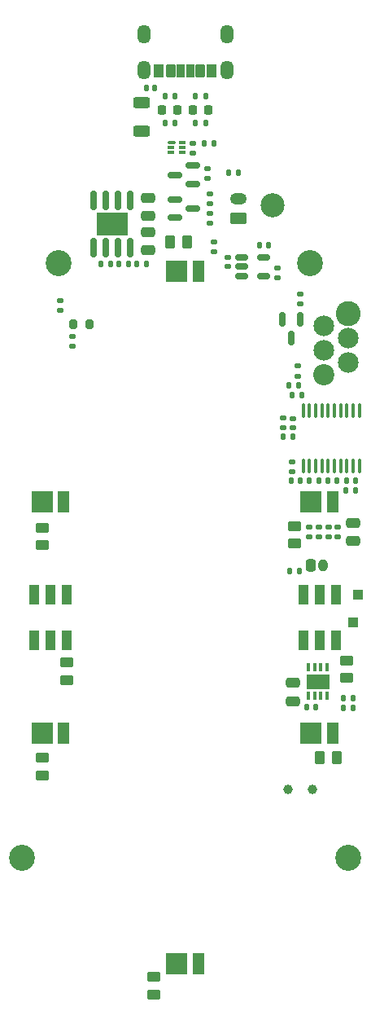
<source format=gbr>
%TF.GenerationSoftware,KiCad,Pcbnew,8.0.6*%
%TF.CreationDate,2024-11-04T21:33:26+05:30*%
%TF.ProjectId,Berrythe,42657272-7974-4686-952e-6b696361645f,rev?*%
%TF.SameCoordinates,Original*%
%TF.FileFunction,Soldermask,Top*%
%TF.FilePolarity,Negative*%
%FSLAX46Y46*%
G04 Gerber Fmt 4.6, Leading zero omitted, Abs format (unit mm)*
G04 Created by KiCad (PCBNEW 8.0.6) date 2024-11-04 21:33:26*
%MOMM*%
%LPD*%
G01*
G04 APERTURE LIST*
G04 Aperture macros list*
%AMRoundRect*
0 Rectangle with rounded corners*
0 $1 Rounding radius*
0 $2 $3 $4 $5 $6 $7 $8 $9 X,Y pos of 4 corners*
0 Add a 4 corners polygon primitive as box body*
4,1,4,$2,$3,$4,$5,$6,$7,$8,$9,$2,$3,0*
0 Add four circle primitives for the rounded corners*
1,1,$1+$1,$2,$3*
1,1,$1+$1,$4,$5*
1,1,$1+$1,$6,$7*
1,1,$1+$1,$8,$9*
0 Add four rect primitives between the rounded corners*
20,1,$1+$1,$2,$3,$4,$5,0*
20,1,$1+$1,$4,$5,$6,$7,0*
20,1,$1+$1,$6,$7,$8,$9,0*
20,1,$1+$1,$8,$9,$2,$3,0*%
G04 Aperture macros list end*
%ADD10C,2.200000*%
%ADD11C,2.600000*%
%ADD12C,2.136000*%
%ADD13R,2.200000X2.200000*%
%ADD14R,1.250000X2.200000*%
%ADD15RoundRect,0.135000X0.185000X-0.135000X0.185000X0.135000X-0.185000X0.135000X-0.185000X-0.135000X0*%
%ADD16RoundRect,0.135000X-0.135000X-0.185000X0.135000X-0.185000X0.135000X0.185000X-0.135000X0.185000X0*%
%ADD17R,1.100000X2.000000*%
%ADD18RoundRect,0.100000X0.100000X-0.637500X0.100000X0.637500X-0.100000X0.637500X-0.100000X-0.637500X0*%
%ADD19RoundRect,0.140000X0.140000X0.170000X-0.140000X0.170000X-0.140000X-0.170000X0.140000X-0.170000X0*%
%ADD20RoundRect,0.250000X-0.262500X-0.450000X0.262500X-0.450000X0.262500X0.450000X-0.262500X0.450000X0*%
%ADD21RoundRect,0.070000X-0.355000X0.070000X-0.355000X-0.070000X0.355000X-0.070000X0.355000X0.070000X0*%
%ADD22RoundRect,0.070000X-0.305000X0.070000X-0.305000X-0.070000X0.305000X-0.070000X0.305000X0.070000X0*%
%ADD23RoundRect,0.135000X-0.185000X0.135000X-0.185000X-0.135000X0.185000X-0.135000X0.185000X0.135000X0*%
%ADD24C,2.700000*%
%ADD25RoundRect,0.140000X-0.140000X-0.170000X0.140000X-0.170000X0.140000X0.170000X-0.140000X0.170000X0*%
%ADD26RoundRect,0.150000X0.587500X0.150000X-0.587500X0.150000X-0.587500X-0.150000X0.587500X-0.150000X0*%
%ADD27RoundRect,0.250000X-0.450000X0.262500X-0.450000X-0.262500X0.450000X-0.262500X0.450000X0.262500X0*%
%ADD28RoundRect,0.218750X-0.218750X-0.256250X0.218750X-0.256250X0.218750X0.256250X-0.218750X0.256250X0*%
%ADD29RoundRect,0.135000X0.135000X0.185000X-0.135000X0.185000X-0.135000X-0.185000X0.135000X-0.185000X0*%
%ADD30R,1.000000X1.000000*%
%ADD31R,0.302473X0.931065*%
%ADD32R,2.400000X1.500000*%
%ADD33RoundRect,0.150000X0.150000X-0.825000X0.150000X0.825000X-0.150000X0.825000X-0.150000X-0.825000X0*%
%ADD34R,3.300000X2.410000*%
%ADD35RoundRect,0.250000X0.450000X-0.262500X0.450000X0.262500X-0.450000X0.262500X-0.450000X-0.262500X0*%
%ADD36RoundRect,0.250000X-0.475000X0.250000X-0.475000X-0.250000X0.475000X-0.250000X0.475000X0.250000X0*%
%ADD37RoundRect,0.140000X-0.170000X0.140000X-0.170000X-0.140000X0.170000X-0.140000X0.170000X0.140000X0*%
%ADD38C,2.500000*%
%ADD39RoundRect,0.150000X-0.150000X0.587500X-0.150000X-0.587500X0.150000X-0.587500X0.150000X0.587500X0*%
%ADD40RoundRect,0.250000X0.262500X0.450000X-0.262500X0.450000X-0.262500X-0.450000X0.262500X-0.450000X0*%
%ADD41RoundRect,0.250000X0.475000X-0.250000X0.475000X0.250000X-0.475000X0.250000X-0.475000X-0.250000X0*%
%ADD42RoundRect,0.150000X-0.587500X-0.150000X0.587500X-0.150000X0.587500X0.150000X-0.587500X0.150000X0*%
%ADD43RoundRect,0.250000X-0.625000X0.312500X-0.625000X-0.312500X0.625000X-0.312500X0.625000X0.312500X0*%
%ADD44RoundRect,0.102000X0.350000X0.600000X-0.350000X0.600000X-0.350000X-0.600000X0.350000X-0.600000X0*%
%ADD45RoundRect,0.102000X0.380000X0.600000X-0.380000X0.600000X-0.380000X-0.600000X0.380000X-0.600000X0*%
%ADD46RoundRect,0.102000X0.400000X0.600000X-0.400000X0.600000X-0.400000X-0.600000X0.400000X-0.600000X0*%
%ADD47O,1.354000X1.954000*%
%ADD48RoundRect,0.200000X-0.200000X-0.275000X0.200000X-0.275000X0.200000X0.275000X-0.200000X0.275000X0*%
%ADD49RoundRect,0.218750X0.218750X0.256250X-0.218750X0.256250X-0.218750X-0.256250X0.218750X-0.256250X0*%
%ADD50C,1.000000*%
%ADD51RoundRect,0.150000X-0.512500X-0.150000X0.512500X-0.150000X0.512500X0.150000X-0.512500X0.150000X0*%
%ADD52RoundRect,0.125000X0.125000X0.225000X-0.125000X0.225000X-0.125000X-0.225000X0.125000X-0.225000X0*%
%ADD53RoundRect,0.250000X-0.250000X-0.400000X0.250000X-0.400000X0.250000X0.400000X-0.250000X0.400000X0*%
%ADD54O,1.000000X1.300000*%
%ADD55RoundRect,0.250000X0.625000X-0.350000X0.625000X0.350000X-0.625000X0.350000X-0.625000X-0.350000X0*%
%ADD56O,1.750000X1.200000*%
G04 APERTURE END LIST*
D10*
%TO.C,J4*%
X96400000Y-107740000D03*
D11*
X98940000Y-101470000D03*
D12*
X96400000Y-102700000D03*
X98940000Y-103970000D03*
X96400000Y-105240000D03*
X98940000Y-106510000D03*
%TD*%
D13*
%TO.C,D5*%
X67100000Y-121000000D03*
D14*
X69375000Y-121000000D03*
%TD*%
D15*
%TO.C,R4*%
X84600000Y-92010000D03*
X84600000Y-90990000D03*
%TD*%
D16*
%TO.C,R10*%
X79915000Y-78800000D03*
X80935000Y-78800000D03*
%TD*%
D13*
%TO.C,D8*%
X95100000Y-145000000D03*
D14*
X97375000Y-145000000D03*
%TD*%
D17*
%TO.C,D9*%
X66300000Y-135400000D03*
X68000000Y-135400000D03*
X69700000Y-135400000D03*
X69700000Y-130600000D03*
X68000000Y-130600000D03*
X66300000Y-130600000D03*
%TD*%
D15*
%TO.C,R14*%
X96900000Y-124610000D03*
X96900000Y-123590000D03*
%TD*%
D18*
%TO.C,U4*%
X94275000Y-117262500D03*
X94925000Y-117262500D03*
X95575000Y-117262500D03*
X96225000Y-117262500D03*
X96875000Y-117262500D03*
X97525000Y-117262500D03*
X98175000Y-117262500D03*
X98825000Y-117262500D03*
X99475000Y-117262500D03*
X100125000Y-117262500D03*
X100125000Y-111537500D03*
X99475000Y-111537500D03*
X98825000Y-111537500D03*
X98175000Y-111537500D03*
X97525000Y-111537500D03*
X96875000Y-111537500D03*
X96225000Y-111537500D03*
X95575000Y-111537500D03*
X94925000Y-111537500D03*
X94275000Y-111537500D03*
%TD*%
D16*
%TO.C,R13*%
X98700000Y-119800000D03*
X99720000Y-119800000D03*
%TD*%
D19*
%TO.C,C13*%
X93180000Y-114200000D03*
X92220000Y-114200000D03*
%TD*%
D16*
%TO.C,R6*%
X83090000Y-81600000D03*
X84110000Y-81600000D03*
%TD*%
D15*
%TO.C,R12*%
X70300000Y-104810000D03*
X70300000Y-103790000D03*
%TD*%
D20*
%TO.C,R16*%
X80387500Y-94000000D03*
X82212500Y-94000000D03*
%TD*%
D21*
%TO.C,U1*%
X80600000Y-83650000D03*
D22*
X80550000Y-84150000D03*
X80550000Y-84650000D03*
X81700000Y-84650000D03*
X81700000Y-84150000D03*
X81700000Y-83650000D03*
%TD*%
D15*
%TO.C,R29*%
X95900000Y-124610000D03*
X95900000Y-123590000D03*
%TD*%
D23*
%TO.C,R36*%
X84600000Y-88990000D03*
X84600000Y-90010000D03*
%TD*%
D24*
%TO.C,H3*%
X65000000Y-158000000D03*
%TD*%
D25*
%TO.C,C5*%
X94620000Y-142300000D03*
X95580000Y-142300000D03*
%TD*%
D26*
%TO.C,Q2*%
X82800000Y-87950000D03*
X82800000Y-86050000D03*
X80925000Y-87000000D03*
%TD*%
D27*
%TO.C,R39*%
X98800000Y-137487500D03*
X98800000Y-139312500D03*
%TD*%
D28*
%TO.C,D2*%
X79612500Y-80300000D03*
X81187500Y-80300000D03*
%TD*%
D17*
%TO.C,D10*%
X94300000Y-135400000D03*
X96000000Y-135400000D03*
X97700000Y-135400000D03*
X97700000Y-130600000D03*
X96000000Y-130600000D03*
X94300000Y-130600000D03*
%TD*%
D29*
%TO.C,R9*%
X74210000Y-96300000D03*
X73190000Y-96300000D03*
%TD*%
D15*
%TO.C,R7*%
X69000000Y-101110000D03*
X69000000Y-100090000D03*
%TD*%
D25*
%TO.C,C8*%
X96820000Y-118800000D03*
X97780000Y-118800000D03*
%TD*%
D27*
%TO.C,R38*%
X69700000Y-137687500D03*
X69700000Y-139512500D03*
%TD*%
D19*
%TO.C,C7*%
X99717500Y-118800000D03*
X98757500Y-118800000D03*
%TD*%
D13*
%TO.C,D4*%
X81100000Y-169000000D03*
D14*
X83375000Y-169000000D03*
%TD*%
D30*
%TO.C,TP3*%
X99950000Y-130650000D03*
%TD*%
D19*
%TO.C,C11*%
X94000000Y-118800000D03*
X93040000Y-118800000D03*
%TD*%
D16*
%TO.C,R24*%
X93090000Y-109900000D03*
X94110000Y-109900000D03*
%TD*%
D31*
%TO.C,U3*%
X94825001Y-141150000D03*
X95474999Y-141150000D03*
X96125001Y-141150000D03*
X96774999Y-141150000D03*
X96774999Y-138168934D03*
X96125001Y-138168934D03*
X95474999Y-138168934D03*
X94825001Y-138168934D03*
D32*
X95800000Y-139659467D03*
%TD*%
D29*
%TO.C,R8*%
X80910000Y-81600000D03*
X79890000Y-81600000D03*
%TD*%
%TO.C,R33*%
X93910000Y-128200000D03*
X92890000Y-128200000D03*
%TD*%
D30*
%TO.C,TP2*%
X99500000Y-133500000D03*
%TD*%
D33*
%TO.C,U2*%
X72495000Y-94575000D03*
X73765000Y-94575000D03*
X75035000Y-94575000D03*
X76305000Y-94575000D03*
X76305000Y-89625000D03*
X75035000Y-89625000D03*
X73765000Y-89625000D03*
X72495000Y-89625000D03*
D34*
X74400000Y-92100000D03*
%TD*%
D35*
%TO.C,R18*%
X67100000Y-125512500D03*
X67100000Y-123687500D03*
%TD*%
D16*
%TO.C,R25*%
X92790000Y-108900000D03*
X93810000Y-108900000D03*
%TD*%
D24*
%TO.C,H1*%
X68800000Y-96200000D03*
%TD*%
D19*
%TO.C,C14*%
X76080000Y-96300000D03*
X75120000Y-96300000D03*
%TD*%
D15*
%TO.C,R15*%
X97900000Y-124610000D03*
X97900000Y-123590000D03*
%TD*%
D36*
%TO.C,C6*%
X99500000Y-123150000D03*
X99500000Y-125050000D03*
%TD*%
D24*
%TO.C,H4*%
X95000000Y-96200000D03*
%TD*%
D37*
%TO.C,C3*%
X82825000Y-83770000D03*
X82825000Y-84730000D03*
%TD*%
D29*
%TO.C,R2*%
X85010000Y-83700000D03*
X83990000Y-83700000D03*
%TD*%
D19*
%TO.C,C10*%
X90680000Y-94350000D03*
X89720000Y-94350000D03*
%TD*%
D38*
%TO.C,TP1*%
X91100000Y-90200000D03*
%TD*%
D39*
%TO.C,Q3*%
X94000000Y-102062500D03*
X92100000Y-102062500D03*
X93050000Y-103937500D03*
%TD*%
D35*
%TO.C,R19*%
X67100000Y-149412500D03*
X67100000Y-147587500D03*
%TD*%
D37*
%TO.C,C12*%
X93175000Y-112320000D03*
X93175000Y-113280000D03*
%TD*%
D15*
%TO.C,R28*%
X94900000Y-124610000D03*
X94900000Y-123590000D03*
%TD*%
D23*
%TO.C,R35*%
X93700000Y-106890000D03*
X93700000Y-107910000D03*
%TD*%
D13*
%TO.C,D6*%
X67100000Y-145000000D03*
D14*
X69375000Y-145000000D03*
%TD*%
D40*
%TO.C,R21*%
X97800000Y-147600000D03*
X95975000Y-147600000D03*
%TD*%
D41*
%TO.C,C2*%
X78165000Y-94825000D03*
X78165000Y-92925000D03*
%TD*%
D37*
%TO.C,C9*%
X86400000Y-95570000D03*
X86400000Y-96530000D03*
%TD*%
D42*
%TO.C,Q1*%
X80925000Y-89550000D03*
X80925000Y-91450000D03*
X82800000Y-90500000D03*
%TD*%
D41*
%TO.C,C4*%
X93174999Y-141700000D03*
X93174999Y-139800000D03*
%TD*%
D15*
%TO.C,R5*%
X84300000Y-87410000D03*
X84300000Y-86390000D03*
%TD*%
D43*
%TO.C,R1*%
X77500000Y-79537500D03*
X77500000Y-82462500D03*
%TD*%
D36*
%TO.C,C1*%
X78165000Y-89375000D03*
X78165000Y-91275000D03*
%TD*%
D44*
%TO.C,J1*%
X82500000Y-76230000D03*
D45*
X80480000Y-76230000D03*
D46*
X79250000Y-76230000D03*
D44*
X81500000Y-76230000D03*
D45*
X83520000Y-76230000D03*
D46*
X84750000Y-76230000D03*
D47*
X86320000Y-76150000D03*
X77680000Y-76150000D03*
X86320000Y-72350000D03*
X77680000Y-72350000D03*
%TD*%
D15*
%TO.C,R30*%
X91600000Y-97710000D03*
X91600000Y-96690000D03*
%TD*%
%TO.C,R34*%
X92200000Y-113310000D03*
X92200000Y-112290000D03*
%TD*%
D48*
%TO.C,TH1*%
X70375000Y-102500000D03*
X72025000Y-102500000D03*
%TD*%
D16*
%TO.C,R3*%
X86490000Y-86800000D03*
X87510000Y-86800000D03*
%TD*%
D29*
%TO.C,R27*%
X95910000Y-118800000D03*
X94890000Y-118800000D03*
%TD*%
D13*
%TO.C,D7*%
X95100000Y-121000000D03*
D14*
X97375000Y-121000000D03*
%TD*%
D23*
%TO.C,R26*%
X94000000Y-99390000D03*
X94000000Y-100410000D03*
%TD*%
%TO.C,R37*%
X85000000Y-93990000D03*
X85000000Y-95010000D03*
%TD*%
D16*
%TO.C,R22*%
X98490000Y-142400000D03*
X99510000Y-142400000D03*
%TD*%
D24*
%TO.C,H2*%
X99000000Y-158000000D03*
%TD*%
D49*
%TO.C,D1*%
X84387500Y-80300000D03*
X82812500Y-80300000D03*
%TD*%
D29*
%TO.C,R11*%
X84110000Y-78800000D03*
X83090000Y-78800000D03*
%TD*%
D50*
%TO.C,SW1*%
X92730000Y-150900000D03*
X95270000Y-150900000D03*
%TD*%
D29*
%TO.C,R31*%
X78010000Y-96300000D03*
X76990000Y-96300000D03*
%TD*%
D51*
%TO.C,U5*%
X87862500Y-95600000D03*
X87862500Y-96550000D03*
X87862500Y-97500000D03*
X90137500Y-97500000D03*
X90137500Y-95600000D03*
%TD*%
D52*
%TO.C,D11*%
X78800000Y-78000000D03*
X78000000Y-78000000D03*
%TD*%
D35*
%TO.C,R20*%
X93400000Y-125312500D03*
X93400000Y-123487500D03*
%TD*%
D15*
%TO.C,R32*%
X93100000Y-117820000D03*
X93100000Y-116800000D03*
%TD*%
D13*
%TO.C,D3*%
X81100000Y-97000000D03*
D14*
X83375000Y-97000000D03*
%TD*%
D35*
%TO.C,R17*%
X78700000Y-172212500D03*
X78700000Y-170387500D03*
%TD*%
D16*
%TO.C,R23*%
X98490000Y-141400000D03*
X99510000Y-141400000D03*
%TD*%
D53*
%TO.C,J3*%
X95100000Y-127600000D03*
D54*
X96350000Y-127600000D03*
%TD*%
D55*
%TO.C,BT1*%
X87500000Y-91500000D03*
D56*
X87500000Y-89500000D03*
%TD*%
M02*

</source>
